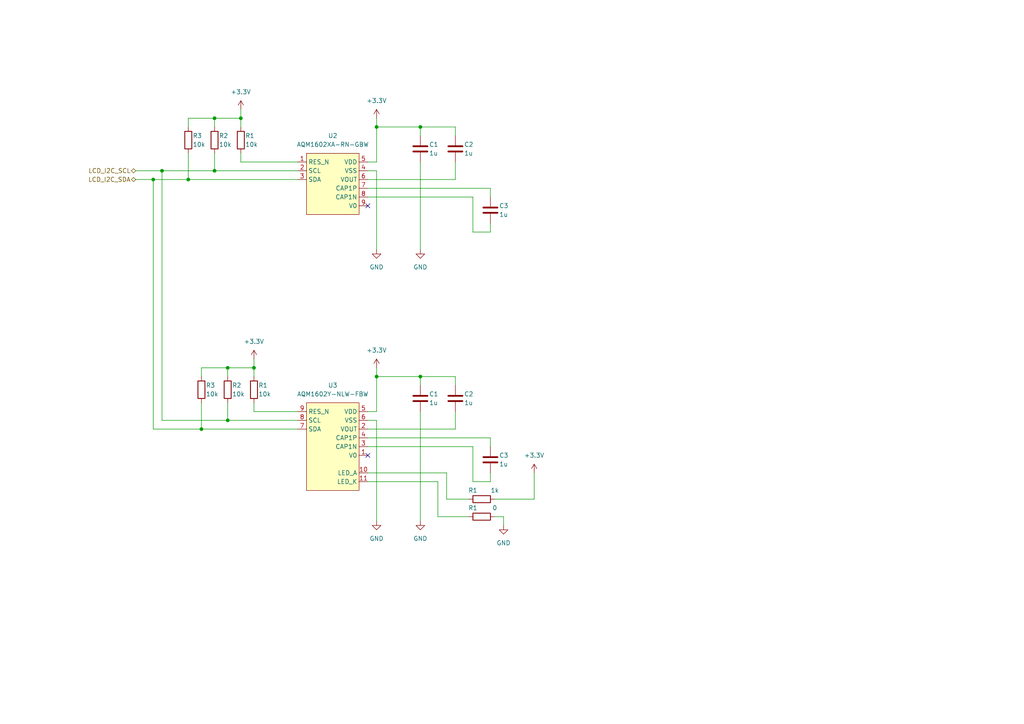
<source format=kicad_sch>
(kicad_sch (version 20230121) (generator eeschema)
  (paper "A4")
  (lib_symbols
    (symbol "AQM1602:AQM1602XA-RN-GBW"
      (property "Reference" "U" (at 0 1.27 0))
      (property "Value" "AQM1602XA-RN-GBW" (at 0 -19.05 0))
      (symbol "AQM1602XA-RN-GBW_1_1"
        (rectangle (start -7.62 0) (end 7.62 -17.78) (fill (type background)))
        (pin input line (at -10.16 -2.54 0) (length 2.54) (name "RES_N") (number "1"))
        (pin bidirectional line (at -10.16 -5.08 0) (length 2.54) (name "SCL") (number "2"))
        (pin bidirectional line (at -10.16 -7.62 0) (length 2.54) (name "SDA") (number "3"))
        (pin power_in line (at 10.16 -5.08 180) (length 2.54) (name "VSS") (number "4"))
        (pin power_in line (at 10.16 -2.54 180) (length 2.54) (name "VDD") (number "5"))
        (pin passive line (at 10.16 -7.62 180) (length 2.54) (name "VOUT") (number "6"))
        (pin passive line (at 10.16 -10.16 180) (length 2.54) (name "CAP1P") (number "7"))
        (pin passive line (at 10.16 -12.7 180) (length 2.54) (name "CAP1N") (number "8"))
        (pin passive line (at 10.16 -15.24 180) (length 2.54) (name "V0") (number "9"))
      )
    )
    (symbol "AQM1602:AQM1602Y-NLW-FBW"
      (property "Reference" "U" (at 0 1.27 0))
      (property "Value" "AQM1602Y-NLW-FBW" (at 0 -26.67 0))
      (symbol "AQM1602Y-NLW-FBW_1_1"
        (rectangle (start -7.62 0) (end 7.62 -25.4) (fill (type background)))
        (pin passive line (at 10.16 -15.24 180) (length 2.54) (name "V0") (number "1"))
        (pin passive line (at 10.16 -20.32 180) (length 2.54) (name "LED_A") (number "10"))
        (pin passive line (at 10.16 -22.86 180) (length 2.54) (name "LED_K") (number "11"))
        (pin passive line (at 10.16 -7.62 180) (length 2.54) (name "VOUT") (number "2"))
        (pin passive line (at 10.16 -12.7 180) (length 2.54) (name "CAP1N") (number "3"))
        (pin passive line (at 10.16 -10.16 180) (length 2.54) (name "CAP1P") (number "4"))
        (pin power_in line (at 10.16 -2.54 180) (length 2.54) (name "VDD") (number "5"))
        (pin power_in line (at 10.16 -5.08 180) (length 2.54) (name "VSS") (number "6"))
        (pin bidirectional line (at -10.16 -7.62 0) (length 2.54) (name "SDA") (number "7"))
        (pin bidirectional line (at -10.16 -5.08 0) (length 2.54) (name "SCL") (number "8"))
        (pin input line (at -10.16 -2.54 0) (length 2.54) (name "RES_N") (number "9"))
      )
    )
    (symbol "Device:C" (pin_numbers hide) (pin_names (offset 0.254))
      (property "Reference" "C" (at 0.635 2.54 0))
      (property "Value" "C" (at 0.635 -2.54 0))
      (symbol "C_0_1"
        (polyline (pts (xy -2.032 -0.762) (xy 2.032 -0.762)) (stroke (width 0.508)))
        (polyline (pts (xy -2.032 0.762) (xy 2.032 0.762)) (stroke (width 0.508)))
      )
      (symbol "C_1_1"
        (pin passive line (at 0 3.81 270) (length 2.794) (name "~") (number "1"))
        (pin passive line (at 0 -3.81 90) (length 2.794) (name "~") (number "2"))
      )
    )
    (symbol "Device:R" (pin_numbers hide) (pin_names (offset 0))
      (property "Reference" "R" (at 2.032 0 90))
      (property "Value" "R" (at 0 0 90))
      (symbol "R_0_1"
        (rectangle (start -1.016 -2.54) (end 1.016 2.54) (stroke (width 0.254)))
      )
      (symbol "R_1_1"
        (pin passive line (at 0 3.81 270) (length 1.27) (name "~") (number "1"))
        (pin passive line (at 0 -3.81 90) (length 1.27) (name "~") (number "2"))
      )
    )
    (symbol "power:+3.3V" (power) (pin_names (offset 0))
      (property "Value" "+3.3V" (at 0 3.556 0))
      (symbol "+3.3V_0_1"
        (polyline (pts (xy -0.762 1.27) (xy 0 2.54)))
        (polyline (pts (xy 0 0) (xy 0 2.54)))
        (polyline (pts (xy 0 2.54) (xy 0.762 1.27)))
      )
      (symbol "+3.3V_1_1"
        (pin power_in line (at 0 0 90) (length 0) hide (name "+3.3V") (number "1"))
      )
    )
    (symbol "power:GND" (power) (pin_names (offset 0))
      (property "Value" "GND" (at 0 -3.81 0))
      (symbol "GND_0_1"
        (polyline (pts (xy 0 0) (xy 0 -1.27) (xy 1.27 -1.27) (xy 0 -2.54) (xy -1.27 -1.27) (xy 0 -1.27)))
      )
      (symbol "GND_1_1"
        (pin power_in line (at 0 0 270) (length 0) hide (name "GND") (number "1"))
      )
    )
  )
  (junction (at 44.45 52.07))
  (junction (at 69.85 34.29))
  (junction (at 66.04 106.68))
  (junction (at 54.61 52.07))
  (junction (at 121.92 36.83))
  (junction (at 109.22 36.83))
  (junction (at 73.66 106.68))
  (junction (at 66.04 121.92))
  (junction (at 46.99 49.53))
  (junction (at 109.22 109.22))
  (junction (at 58.42 124.46))
  (junction (at 62.23 34.29))
  (junction (at 121.92 109.22))
  (junction (at 62.23 49.53))
  (no_connect (at 106.68 59.69))
  (no_connect (at 106.68 132.08))
  (wire (pts (xy 106.68 54.61) (xy 142.24 54.61)))
  (wire (pts (xy 106.68 57.15) (xy 137.16 57.15)))
  (wire (pts (xy 137.16 129.54) (xy 137.16 139.7)))
  (wire (pts (xy 129.54 137.16) (xy 129.54 144.78)))
  (wire (pts (xy 58.42 106.68) (xy 66.04 106.68)))
  (wire (pts (xy 132.08 36.83) (xy 132.08 39.37)))
  (wire (pts (xy 106.68 46.99) (xy 109.22 46.99)))
  (wire (pts (xy 106.68 127) (xy 142.24 127)))
  (wire (pts (xy 143.51 149.86) (xy 146.05 149.86)))
  (wire (pts (xy 106.68 49.53) (xy 109.22 49.53)))
  (wire (pts (xy 142.24 67.31) (xy 142.24 64.77)))
  (wire (pts (xy 109.22 36.83) (xy 109.22 46.99)))
  (wire (pts (xy 73.66 116.84) (xy 73.66 119.38)))
  (wire (pts (xy 127 139.7) (xy 127 149.86)))
  (wire (pts (xy 142.24 127) (xy 142.24 129.54)))
  (wire (pts (xy 69.85 44.45) (xy 69.85 46.99)))
  (wire (pts (xy 121.92 111.76) (xy 121.92 109.22)))
  (wire (pts (xy 39.37 52.07) (xy 44.45 52.07)))
  (wire (pts (xy 109.22 121.92) (xy 109.22 151.13)))
  (wire (pts (xy 69.85 31.75) (xy 69.85 34.29)))
  (wire (pts (xy 66.04 121.92) (xy 66.04 116.84)))
  (wire (pts (xy 44.45 52.07) (xy 44.45 124.46)))
  (wire (pts (xy 46.99 121.92) (xy 66.04 121.92)))
  (wire (pts (xy 106.68 52.07) (xy 132.08 52.07)))
  (wire (pts (xy 121.92 36.83) (xy 132.08 36.83)))
  (wire (pts (xy 106.68 121.92) (xy 109.22 121.92)))
  (wire (pts (xy 109.22 109.22) (xy 109.22 106.68)))
  (wire (pts (xy 121.92 39.37) (xy 121.92 36.83)))
  (wire (pts (xy 137.16 139.7) (xy 142.24 139.7)))
  (wire (pts (xy 143.51 144.78) (xy 154.94 144.78)))
  (wire (pts (xy 132.08 46.99) (xy 132.08 52.07)))
  (wire (pts (xy 106.68 129.54) (xy 137.16 129.54)))
  (wire (pts (xy 73.66 106.68) (xy 73.66 109.22)))
  (wire (pts (xy 106.68 137.16) (xy 129.54 137.16)))
  (wire (pts (xy 58.42 124.46) (xy 44.45 124.46)))
  (wire (pts (xy 54.61 36.83) (xy 54.61 34.29)))
  (wire (pts (xy 66.04 121.92) (xy 86.36 121.92)))
  (wire (pts (xy 86.36 49.53) (xy 62.23 49.53)))
  (wire (pts (xy 121.92 36.83) (xy 109.22 36.83)))
  (wire (pts (xy 106.68 139.7) (xy 127 139.7)))
  (wire (pts (xy 66.04 106.68) (xy 73.66 106.68)))
  (wire (pts (xy 106.68 124.46) (xy 132.08 124.46)))
  (wire (pts (xy 69.85 46.99) (xy 86.36 46.99)))
  (wire (pts (xy 121.92 109.22) (xy 109.22 109.22)))
  (wire (pts (xy 54.61 34.29) (xy 62.23 34.29)))
  (wire (pts (xy 62.23 49.53) (xy 62.23 44.45)))
  (wire (pts (xy 109.22 49.53) (xy 109.22 72.39)))
  (wire (pts (xy 142.24 139.7) (xy 142.24 137.16)))
  (wire (pts (xy 86.36 52.07) (xy 54.61 52.07)))
  (wire (pts (xy 132.08 109.22) (xy 132.08 111.76)))
  (wire (pts (xy 69.85 34.29) (xy 69.85 36.83)))
  (wire (pts (xy 132.08 119.38) (xy 132.08 124.46)))
  (wire (pts (xy 58.42 109.22) (xy 58.42 106.68)))
  (wire (pts (xy 46.99 49.53) (xy 46.99 121.92)))
  (wire (pts (xy 106.68 119.38) (xy 109.22 119.38)))
  (wire (pts (xy 86.36 119.38) (xy 73.66 119.38)))
  (wire (pts (xy 58.42 124.46) (xy 58.42 116.84)))
  (wire (pts (xy 58.42 124.46) (xy 86.36 124.46)))
  (wire (pts (xy 54.61 52.07) (xy 54.61 44.45)))
  (wire (pts (xy 142.24 54.61) (xy 142.24 57.15)))
  (wire (pts (xy 66.04 106.68) (xy 66.04 109.22)))
  (wire (pts (xy 44.45 52.07) (xy 54.61 52.07)))
  (wire (pts (xy 121.92 46.99) (xy 121.92 72.39)))
  (wire (pts (xy 137.16 67.31) (xy 142.24 67.31)))
  (wire (pts (xy 154.94 144.78) (xy 154.94 137.16)))
  (wire (pts (xy 62.23 34.29) (xy 62.23 36.83)))
  (wire (pts (xy 129.54 144.78) (xy 135.89 144.78)))
  (wire (pts (xy 39.37 49.53) (xy 46.99 49.53)))
  (wire (pts (xy 146.05 149.86) (xy 146.05 152.4)))
  (wire (pts (xy 109.22 109.22) (xy 109.22 119.38)))
  (wire (pts (xy 62.23 34.29) (xy 69.85 34.29)))
  (wire (pts (xy 109.22 36.83) (xy 109.22 34.29)))
  (wire (pts (xy 121.92 119.38) (xy 121.92 151.13)))
  (wire (pts (xy 73.66 104.14) (xy 73.66 106.68)))
  (wire (pts (xy 46.99 49.53) (xy 62.23 49.53)))
  (wire (pts (xy 121.92 109.22) (xy 132.08 109.22)))
  (wire (pts (xy 127 149.86) (xy 135.89 149.86)))
  (wire (pts (xy 137.16 57.15) (xy 137.16 67.31)))
  (hierarchical_label "LCD_I2C_SDA" (shape bidirectional) (at 39.37 52.07 180))
  (hierarchical_label "LCD_I2C_SCL" (shape bidirectional) (at 39.37 49.53 180))
  (symbol (lib_id "power:GND") (at 121.92 151.13 0) (unit 1)
    (property "Reference" "#PWR012" (effects hide))
    (property "Value" "GND" (at 121.92 156.21 0))
    (instances (project "double-action-keyboard" (path "" (reference "#PWR012") (unit 1)) (path "" (reference "#PWR016") (unit 1))))
  )
  (symbol (lib_id "power:+3.3V") (at 73.66 104.14 0) (unit 1)
    (property "Reference" "#PWR09" (effects hide))
    (property "Value" "+3.3V" (at 73.66 99.06 0))
    (instances (project "double-action-keyboard" (path "" (reference "#PWR09") (unit 1)) (path "" (reference "#PWR013") (unit 1))))
  )
  (symbol (lib_id "AQM1602:AQM1602XA-RN-GBW") (at 96.52 44.45 0) (unit 1)
    (property "Reference" "U2" (at 96.52 39.37 0))
    (property "Value" "AQM1602XA-RN-GBW" (at 96.52 41.91 0))
    (property "Footprint" "AQM1602:AQM1602XA-RN-GBW" (effects hide))
  )
  (symbol (lib_id "Device:R") (at 73.66 113.03 0) (unit 1)
    (property "Reference" "R1" (at 74.93 111.76 0) (effects (justify left)))
    (property "Value" "10k" (at 74.93 114.3 0) (effects (justify left)))
    (property "Footprint" "Resistor_SMD:R_0603_1608Metric_Pad0.98x0.95mm_HandSolder" (effects hide))
    (instances (project "double-action-keyboard" (path "" (reference "R1") (unit 1)) (path "" (reference "R6") (unit 1))))
  )
  (symbol (lib_id "power:GND") (at 109.22 72.39 0) (unit 1)
    (property "Reference" "#PWR010" (effects hide))
    (property "Value" "GND" (at 109.22 77.47 0))
    (instances (project "double-action-keyboard" (path "" (reference "#PWR010") (unit 1)) (path "" (reference "#PWR011") (unit 1))))
  )
  (symbol (lib_id "Device:R") (at 69.85 40.64 0) (unit 1)
    (property "Reference" "R1" (at 71.12 39.37 0) (effects (justify left)))
    (property "Value" "10k" (at 71.12 41.91 0) (effects (justify left)))
    (property "Footprint" "Resistor_SMD:R_0603_1608Metric_Pad0.98x0.95mm_HandSolder" (effects hide))
    (instances (project "double-action-keyboard" (path "" (reference "R1") (unit 1)) (path "" (reference "R3") (unit 1))))
  )
  (symbol (lib_id "Device:R") (at 54.61 40.64 0) (unit 1)
    (property "Reference" "R3" (at 55.88 39.37 0) (effects (justify left)))
    (property "Value" "10k" (at 55.88 41.91 0) (effects (justify left)))
    (property "Footprint" "Resistor_SMD:R_0603_1608Metric_Pad0.98x0.95mm_HandSolder" (effects hide))
    (instances (project "double-action-keyboard" (path "" (reference "R3") (unit 1)) (path "" (reference "R1") (unit 1))))
  )
  (symbol (lib_id "Device:R") (at 62.23 40.64 0) (unit 1)
    (property "Reference" "R2" (at 63.5 39.37 0) (effects (justify left)))
    (property "Value" "10k" (at 63.5 41.91 0) (effects (justify left)))
    (property "Footprint" "Resistor_SMD:R_0603_1608Metric_Pad0.98x0.95mm_HandSolder" (effects hide))
  )
  (symbol (lib_id "power:GND") (at 146.05 152.4 0) (unit 1)
    (property "Reference" "#PWR012" (effects hide))
    (property "Value" "GND" (at 146.05 157.48 0))
    (instances (project "double-action-keyboard" (path "" (reference "#PWR012") (unit 1)) (path "" (reference "#PWR018") (unit 1))))
  )
  (symbol (lib_id "Device:C") (at 142.24 133.35 0) (unit 1)
    (property "Reference" "C3" (at 144.78 132.08 0) (effects (justify left)))
    (property "Value" "1u" (at 144.78 134.62 0) (effects (justify left)))
    (property "Footprint" "Capacitor_SMD:C_0603_1608Metric_Pad1.08x0.95mm_HandSolder" (effects hide))
    (instances (project "double-action-keyboard" (path "" (reference "C3") (unit 1)) (path "" (reference "C6") (unit 1))))
  )
  (symbol (lib_id "power:GND") (at 121.92 72.39 0) (unit 1)
    (property "Reference" "#PWR012" (effects hide))
    (property "Value" "GND" (at 121.92 77.47 0))
  )
  (symbol (lib_id "Device:R") (at 139.7 149.86 90) (unit 1)
    (property "Reference" "R1" (at 137.16 147.32 90))
    (property "Value" "0" (at 143.51 147.32 90))
    (property "Footprint" "Resistor_SMD:R_0603_1608Metric_Pad0.98x0.95mm_HandSolder" (effects hide))
    (instances (project "double-action-keyboard" (path "" (reference "R1") (unit 1)) (path "" (reference "R8") (unit 1))))
  )
  (symbol (lib_id "Device:C") (at 121.92 115.57 0) (unit 1)
    (property "Reference" "C1" (at 124.46 114.3 0) (effects (justify left)))
    (property "Value" "1u" (at 124.46 116.84 0) (effects (justify left)))
    (property "Footprint" "Capacitor_SMD:C_0603_1608Metric_Pad1.08x0.95mm_HandSolder" (effects hide))
    (instances (project "double-action-keyboard" (path "" (reference "C1") (unit 1)) (path "" (reference "C4") (unit 1))))
  )
  (symbol (lib_id "power:+3.3V") (at 109.22 34.29 0) (unit 1)
    (property "Reference" "#PWR011" (effects hide))
    (property "Value" "+3.3V" (at 109.22 29.21 0))
    (instances (project "double-action-keyboard" (path "" (reference "#PWR011") (unit 1)) (path "" (reference "#PWR010") (unit 1))))
  )
  (symbol (lib_id "Device:R") (at 58.42 113.03 0) (unit 1)
    (property "Reference" "R3" (at 59.69 111.76 0) (effects (justify left)))
    (property "Value" "10k" (at 59.69 114.3 0) (effects (justify left)))
    (property "Footprint" "Resistor_SMD:R_0603_1608Metric_Pad0.98x0.95mm_HandSolder" (effects hide))
    (instances (project "double-action-keyboard" (path "" (reference "R3") (unit 1)) (path "" (reference "R4") (unit 1))))
  )
  (symbol (lib_id "power:+3.3V") (at 69.85 31.75 0) (unit 1)
    (property "Reference" "#PWR09" (effects hide))
    (property "Value" "+3.3V" (at 69.85 26.67 0))
  )
  (symbol (lib_id "AQM1602:AQM1602Y-NLW-FBW") (at 96.52 116.84 0) (unit 1)
    (property "Reference" "U3" (at 96.52 111.76 0))
    (property "Value" "AQM1602Y-NLW-FBW" (at 96.52 114.3 0))
    (property "Footprint" "AQM1602:AQM1602Y-NLW-FBW" (effects hide))
  )
  (symbol (lib_id "power:GND") (at 109.22 151.13 0) (unit 1)
    (property "Reference" "#PWR010" (effects hide))
    (property "Value" "GND" (at 109.22 156.21 0))
    (instances (project "double-action-keyboard" (path "" (reference "#PWR010") (unit 1)) (path "" (reference "#PWR015") (unit 1))))
  )
  (symbol (lib_id "power:+3.3V") (at 154.94 137.16 0) (unit 1)
    (property "Reference" "#PWR011" (effects hide))
    (property "Value" "+3.3V" (at 154.94 132.08 0))
    (instances (project "double-action-keyboard" (path "" (reference "#PWR011") (unit 1)) (path "" (reference "#PWR017") (unit 1))))
  )
  (symbol (lib_id "power:+3.3V") (at 109.22 106.68 0) (unit 1)
    (property "Reference" "#PWR011" (effects hide))
    (property "Value" "+3.3V" (at 109.22 101.6 0))
    (instances (project "double-action-keyboard" (path "" (reference "#PWR011") (unit 1)) (path "" (reference "#PWR014") (unit 1))))
  )
  (symbol (lib_id "Device:C") (at 132.08 43.18 0) (unit 1)
    (property "Reference" "C2" (at 134.62 41.91 0) (effects (justify left)))
    (property "Value" "1u" (at 134.62 44.45 0) (effects (justify left)))
    (property "Footprint" "Capacitor_SMD:C_0603_1608Metric_Pad1.08x0.95mm_HandSolder" (effects hide))
  )
  (symbol (lib_id "Device:C") (at 121.92 43.18 0) (unit 1)
    (property "Reference" "C1" (at 124.46 41.91 0) (effects (justify left)))
    (property "Value" "1u" (at 124.46 44.45 0) (effects (justify left)))
    (property "Footprint" "Capacitor_SMD:C_0603_1608Metric_Pad1.08x0.95mm_HandSolder" (effects hide))
  )
  (symbol (lib_id "Device:R") (at 139.7 144.78 90) (unit 1)
    (property "Reference" "R1" (at 137.16 142.24 90))
    (property "Value" "1k" (at 143.51 142.24 90))
    (property "Footprint" "Resistor_SMD:R_0603_1608Metric_Pad0.98x0.95mm_HandSolder" (effects hide))
    (instances (project "double-action-keyboard" (path "" (reference "R1") (unit 1)) (path "" (reference "R7") (unit 1))))
  )
  (symbol (lib_id "Device:R") (at 66.04 113.03 0) (unit 1)
    (property "Reference" "R2" (at 67.31 111.76 0) (effects (justify left)))
    (property "Value" "10k" (at 67.31 114.3 0) (effects (justify left)))
    (property "Footprint" "Resistor_SMD:R_0603_1608Metric_Pad0.98x0.95mm_HandSolder" (effects hide))
    (instances (project "double-action-keyboard" (path "" (reference "R2") (unit 1)) (path "" (reference "R5") (unit 1))))
  )
  (symbol (lib_id "Device:C") (at 132.08 115.57 0) (unit 1)
    (property "Reference" "C2" (at 134.62 114.3 0) (effects (justify left)))
    (property "Value" "1u" (at 134.62 116.84 0) (effects (justify left)))
    (property "Footprint" "Capacitor_SMD:C_0603_1608Metric_Pad1.08x0.95mm_HandSolder" (effects hide))
    (instances (project "double-action-keyboard" (path "" (reference "C2") (unit 1)) (path "" (reference "C5") (unit 1))))
  )
  (symbol (lib_id "Device:C") (at 142.24 60.96 0) (unit 1)
    (property "Reference" "C3" (at 144.78 59.69 0) (effects (justify left)))
    (property "Value" "1u" (at 144.78 62.23 0) (effects (justify left)))
    (property "Footprint" "Capacitor_SMD:C_0603_1608Metric_Pad1.08x0.95mm_HandSolder" (effects hide))
  )
)
</source>
